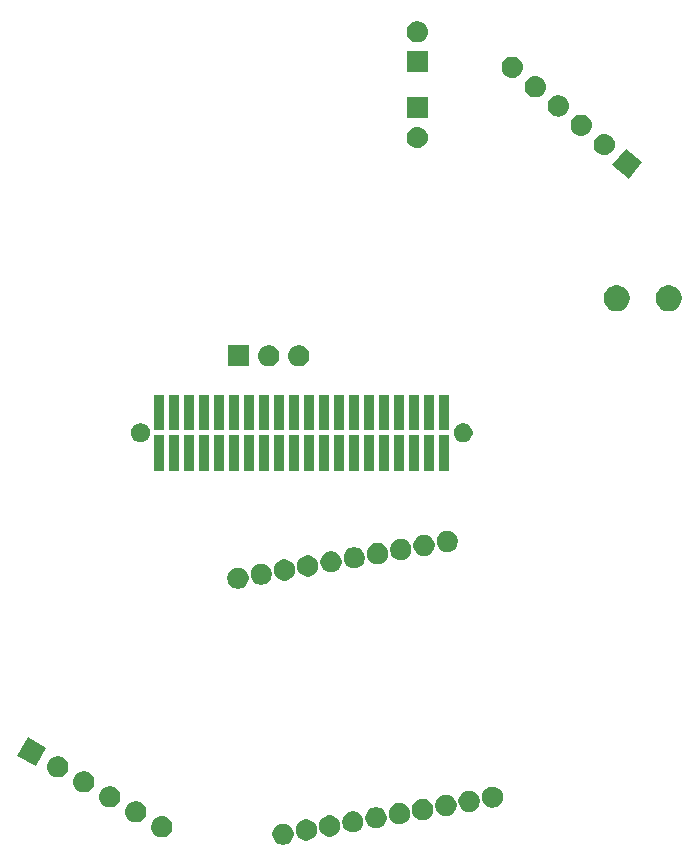
<source format=gbr>
G04 #@! TF.GenerationSoftware,KiCad,Pcbnew,(5.1.4)-1*
G04 #@! TF.CreationDate,2020-01-28T12:58:02-05:00*
G04 #@! TF.ProjectId,MASA-Radio Board,4d415341-2d52-4616-9469-6f20426f6172,rev?*
G04 #@! TF.SameCoordinates,Original*
G04 #@! TF.FileFunction,Soldermask,Bot*
G04 #@! TF.FilePolarity,Negative*
%FSLAX46Y46*%
G04 Gerber Fmt 4.6, Leading zero omitted, Abs format (unit mm)*
G04 Created by KiCad (PCBNEW (5.1.4)-1) date 2020-01-28 12:58:02*
%MOMM*%
%LPD*%
G04 APERTURE LIST*
%ADD10C,0.100000*%
G04 APERTURE END LIST*
D10*
G36*
X151075061Y-160157595D02*
G01*
X151238996Y-160225499D01*
X151386534Y-160324081D01*
X151512004Y-160449551D01*
X151610586Y-160597089D01*
X151678490Y-160761024D01*
X151713107Y-160935057D01*
X151713107Y-161112499D01*
X151678490Y-161286532D01*
X151610586Y-161450467D01*
X151512004Y-161598005D01*
X151386534Y-161723475D01*
X151238996Y-161822057D01*
X151075061Y-161889961D01*
X150901028Y-161924578D01*
X150723586Y-161924578D01*
X150549553Y-161889961D01*
X150385618Y-161822057D01*
X150238080Y-161723475D01*
X150112610Y-161598005D01*
X150014028Y-161450467D01*
X149946124Y-161286532D01*
X149911507Y-161112499D01*
X149911507Y-160935057D01*
X149946124Y-160761024D01*
X150014028Y-160597089D01*
X150112610Y-160449551D01*
X150238080Y-160324081D01*
X150385618Y-160225499D01*
X150549553Y-160157595D01*
X150723586Y-160122978D01*
X150901028Y-160122978D01*
X151075061Y-160157595D01*
X151075061Y-160157595D01*
G37*
G36*
X153044677Y-159810299D02*
G01*
X153208612Y-159878203D01*
X153356150Y-159976785D01*
X153481620Y-160102255D01*
X153580202Y-160249793D01*
X153648106Y-160413728D01*
X153682723Y-160587761D01*
X153682723Y-160765203D01*
X153648106Y-160939236D01*
X153580202Y-161103171D01*
X153481620Y-161250709D01*
X153356150Y-161376179D01*
X153208612Y-161474761D01*
X153044677Y-161542665D01*
X152870644Y-161577282D01*
X152693202Y-161577282D01*
X152519169Y-161542665D01*
X152355234Y-161474761D01*
X152207696Y-161376179D01*
X152082226Y-161250709D01*
X151983644Y-161103171D01*
X151915740Y-160939236D01*
X151881123Y-160765203D01*
X151881123Y-160587761D01*
X151915740Y-160413728D01*
X151983644Y-160249793D01*
X152082226Y-160102255D01*
X152207696Y-159976785D01*
X152355234Y-159878203D01*
X152519169Y-159810299D01*
X152693202Y-159775682D01*
X152870644Y-159775682D01*
X153044677Y-159810299D01*
X153044677Y-159810299D01*
G37*
G36*
X140648941Y-159506717D02*
G01*
X140715111Y-159513234D01*
X140718384Y-159514227D01*
X140884914Y-159564743D01*
X141041400Y-159648387D01*
X141178566Y-159760957D01*
X141291136Y-159898123D01*
X141374780Y-160054609D01*
X141395519Y-160122978D01*
X141426289Y-160224412D01*
X141443681Y-160401000D01*
X141426289Y-160577588D01*
X141420373Y-160597089D01*
X141374780Y-160747391D01*
X141291136Y-160903877D01*
X141178566Y-161041043D01*
X141041400Y-161153613D01*
X140884914Y-161237257D01*
X140771711Y-161271596D01*
X140715111Y-161288766D01*
X140582773Y-161301800D01*
X140494273Y-161301800D01*
X140361935Y-161288766D01*
X140305335Y-161271596D01*
X140192132Y-161237257D01*
X140035646Y-161153613D01*
X139898480Y-161041043D01*
X139785910Y-160903877D01*
X139702266Y-160747391D01*
X139656673Y-160597089D01*
X139650757Y-160577588D01*
X139633365Y-160401000D01*
X139650757Y-160224412D01*
X139681527Y-160122978D01*
X139702266Y-160054609D01*
X139785910Y-159898123D01*
X139898480Y-159760957D01*
X140035646Y-159648387D01*
X140192132Y-159564743D01*
X140358662Y-159514227D01*
X140361935Y-159513234D01*
X140428105Y-159506717D01*
X140494273Y-159500200D01*
X140582773Y-159500200D01*
X140648941Y-159506717D01*
X140648941Y-159506717D01*
G37*
G36*
X155014292Y-159463002D02*
G01*
X155178227Y-159530906D01*
X155325765Y-159629488D01*
X155451235Y-159754958D01*
X155549817Y-159902496D01*
X155617721Y-160066431D01*
X155652338Y-160240464D01*
X155652338Y-160417906D01*
X155617721Y-160591939D01*
X155549817Y-160755874D01*
X155451235Y-160903412D01*
X155325765Y-161028882D01*
X155178227Y-161127464D01*
X155014292Y-161195368D01*
X154840259Y-161229985D01*
X154662817Y-161229985D01*
X154488784Y-161195368D01*
X154324849Y-161127464D01*
X154177311Y-161028882D01*
X154051841Y-160903412D01*
X153953259Y-160755874D01*
X153885355Y-160591939D01*
X153850738Y-160417906D01*
X153850738Y-160240464D01*
X153885355Y-160066431D01*
X153953259Y-159902496D01*
X154051841Y-159754958D01*
X154177311Y-159629488D01*
X154324849Y-159530906D01*
X154488784Y-159463002D01*
X154662817Y-159428385D01*
X154840259Y-159428385D01*
X155014292Y-159463002D01*
X155014292Y-159463002D01*
G37*
G36*
X156983908Y-159115706D02*
G01*
X157147843Y-159183610D01*
X157295381Y-159282192D01*
X157420851Y-159407662D01*
X157519433Y-159555200D01*
X157587337Y-159719135D01*
X157621954Y-159893168D01*
X157621954Y-160070610D01*
X157587337Y-160244643D01*
X157519433Y-160408578D01*
X157420851Y-160556116D01*
X157295381Y-160681586D01*
X157147843Y-160780168D01*
X156983908Y-160848072D01*
X156809875Y-160882689D01*
X156632433Y-160882689D01*
X156458400Y-160848072D01*
X156294465Y-160780168D01*
X156146927Y-160681586D01*
X156021457Y-160556116D01*
X155922875Y-160408578D01*
X155854971Y-160244643D01*
X155820354Y-160070610D01*
X155820354Y-159893168D01*
X155854971Y-159719135D01*
X155922875Y-159555200D01*
X156021457Y-159407662D01*
X156146927Y-159282192D01*
X156294465Y-159183610D01*
X156458400Y-159115706D01*
X156632433Y-159081089D01*
X156809875Y-159081089D01*
X156983908Y-159115706D01*
X156983908Y-159115706D01*
G37*
G36*
X158953523Y-158768409D02*
G01*
X159117458Y-158836313D01*
X159264996Y-158934895D01*
X159390466Y-159060365D01*
X159489048Y-159207903D01*
X159556952Y-159371838D01*
X159591569Y-159545871D01*
X159591569Y-159723313D01*
X159556952Y-159897346D01*
X159489048Y-160061281D01*
X159390466Y-160208819D01*
X159264996Y-160334289D01*
X159117458Y-160432871D01*
X158953523Y-160500775D01*
X158779490Y-160535392D01*
X158602048Y-160535392D01*
X158428015Y-160500775D01*
X158264080Y-160432871D01*
X158116542Y-160334289D01*
X157991072Y-160208819D01*
X157892490Y-160061281D01*
X157824586Y-159897346D01*
X157789969Y-159723313D01*
X157789969Y-159545871D01*
X157824586Y-159371838D01*
X157892490Y-159207903D01*
X157991072Y-159060365D01*
X158116542Y-158934895D01*
X158264080Y-158836313D01*
X158428015Y-158768409D01*
X158602048Y-158733792D01*
X158779490Y-158733792D01*
X158953523Y-158768409D01*
X158953523Y-158768409D01*
G37*
G36*
X160923139Y-158421113D02*
G01*
X161087074Y-158489017D01*
X161234612Y-158587599D01*
X161360082Y-158713069D01*
X161458664Y-158860607D01*
X161526568Y-159024542D01*
X161561185Y-159198575D01*
X161561185Y-159376017D01*
X161526568Y-159550050D01*
X161458664Y-159713985D01*
X161360082Y-159861523D01*
X161234612Y-159986993D01*
X161087074Y-160085575D01*
X160923139Y-160153479D01*
X160749106Y-160188096D01*
X160571664Y-160188096D01*
X160397631Y-160153479D01*
X160233696Y-160085575D01*
X160086158Y-159986993D01*
X159960688Y-159861523D01*
X159862106Y-159713985D01*
X159794202Y-159550050D01*
X159759585Y-159376017D01*
X159759585Y-159198575D01*
X159794202Y-159024542D01*
X159862106Y-158860607D01*
X159960688Y-158713069D01*
X160086158Y-158587599D01*
X160233696Y-158489017D01*
X160397631Y-158421113D01*
X160571664Y-158386496D01*
X160749106Y-158386496D01*
X160923139Y-158421113D01*
X160923139Y-158421113D01*
G37*
G36*
X138515406Y-158243234D02*
G01*
X138572006Y-158260404D01*
X138685209Y-158294743D01*
X138841695Y-158378387D01*
X138978861Y-158490957D01*
X139091431Y-158628123D01*
X139175075Y-158784609D01*
X139209414Y-158897812D01*
X139226584Y-158954412D01*
X139237019Y-159060365D01*
X139243976Y-159131000D01*
X139226584Y-159307587D01*
X139175075Y-159477391D01*
X139091431Y-159633877D01*
X138978861Y-159771043D01*
X138841695Y-159883613D01*
X138685209Y-159967257D01*
X138572006Y-160001596D01*
X138515406Y-160018766D01*
X138383068Y-160031800D01*
X138294568Y-160031800D01*
X138162230Y-160018766D01*
X138105630Y-160001596D01*
X137992427Y-159967257D01*
X137835941Y-159883613D01*
X137698775Y-159771043D01*
X137586205Y-159633877D01*
X137502561Y-159477391D01*
X137451052Y-159307587D01*
X137433660Y-159131000D01*
X137440617Y-159060365D01*
X137451052Y-158954412D01*
X137468222Y-158897812D01*
X137502561Y-158784609D01*
X137586205Y-158628123D01*
X137698775Y-158490957D01*
X137835941Y-158378387D01*
X137992427Y-158294743D01*
X138105630Y-158260404D01*
X138162230Y-158243234D01*
X138294568Y-158230200D01*
X138383068Y-158230200D01*
X138515406Y-158243234D01*
X138515406Y-158243234D01*
G37*
G36*
X162892754Y-158073817D02*
G01*
X163056689Y-158141721D01*
X163204227Y-158240303D01*
X163329697Y-158365773D01*
X163428279Y-158513311D01*
X163496183Y-158677246D01*
X163530800Y-158851279D01*
X163530800Y-159028721D01*
X163496183Y-159202754D01*
X163428279Y-159366689D01*
X163329697Y-159514227D01*
X163204227Y-159639697D01*
X163056689Y-159738279D01*
X162892754Y-159806183D01*
X162718721Y-159840800D01*
X162541279Y-159840800D01*
X162367246Y-159806183D01*
X162203311Y-159738279D01*
X162055773Y-159639697D01*
X161930303Y-159514227D01*
X161831721Y-159366689D01*
X161763817Y-159202754D01*
X161729200Y-159028721D01*
X161729200Y-158851279D01*
X161763817Y-158677246D01*
X161831721Y-158513311D01*
X161930303Y-158365773D01*
X162055773Y-158240303D01*
X162203311Y-158141721D01*
X162367246Y-158073817D01*
X162541279Y-158039200D01*
X162718721Y-158039200D01*
X162892754Y-158073817D01*
X162892754Y-158073817D01*
G37*
G36*
X164862370Y-157726520D02*
G01*
X165026305Y-157794424D01*
X165173843Y-157893006D01*
X165299313Y-158018476D01*
X165397895Y-158166014D01*
X165465799Y-158329949D01*
X165500416Y-158503982D01*
X165500416Y-158681424D01*
X165465799Y-158855457D01*
X165397895Y-159019392D01*
X165299313Y-159166930D01*
X165173843Y-159292400D01*
X165026305Y-159390982D01*
X164862370Y-159458886D01*
X164688337Y-159493503D01*
X164510895Y-159493503D01*
X164336862Y-159458886D01*
X164172927Y-159390982D01*
X164025389Y-159292400D01*
X163899919Y-159166930D01*
X163801337Y-159019392D01*
X163733433Y-158855457D01*
X163698816Y-158681424D01*
X163698816Y-158503982D01*
X163733433Y-158329949D01*
X163801337Y-158166014D01*
X163899919Y-158018476D01*
X164025389Y-157893006D01*
X164172927Y-157794424D01*
X164336862Y-157726520D01*
X164510895Y-157691903D01*
X164688337Y-157691903D01*
X164862370Y-157726520D01*
X164862370Y-157726520D01*
G37*
G36*
X166831985Y-157379224D02*
G01*
X166995920Y-157447128D01*
X167143458Y-157545710D01*
X167268928Y-157671180D01*
X167367510Y-157818718D01*
X167435414Y-157982653D01*
X167470031Y-158156686D01*
X167470031Y-158334128D01*
X167435414Y-158508161D01*
X167367510Y-158672096D01*
X167268928Y-158819634D01*
X167143458Y-158945104D01*
X166995920Y-159043686D01*
X166831985Y-159111590D01*
X166657952Y-159146207D01*
X166480510Y-159146207D01*
X166306477Y-159111590D01*
X166142542Y-159043686D01*
X165995004Y-158945104D01*
X165869534Y-158819634D01*
X165770952Y-158672096D01*
X165703048Y-158508161D01*
X165668431Y-158334128D01*
X165668431Y-158156686D01*
X165703048Y-157982653D01*
X165770952Y-157818718D01*
X165869534Y-157671180D01*
X165995004Y-157545710D01*
X166142542Y-157447128D01*
X166306477Y-157379224D01*
X166480510Y-157344607D01*
X166657952Y-157344607D01*
X166831985Y-157379224D01*
X166831985Y-157379224D01*
G37*
G36*
X168801601Y-157031928D02*
G01*
X168965536Y-157099832D01*
X169113074Y-157198414D01*
X169238544Y-157323884D01*
X169337126Y-157471422D01*
X169405030Y-157635357D01*
X169439647Y-157809390D01*
X169439647Y-157986832D01*
X169405030Y-158160865D01*
X169337126Y-158324800D01*
X169238544Y-158472338D01*
X169113074Y-158597808D01*
X168965536Y-158696390D01*
X168801601Y-158764294D01*
X168627568Y-158798911D01*
X168450126Y-158798911D01*
X168276093Y-158764294D01*
X168112158Y-158696390D01*
X167964620Y-158597808D01*
X167839150Y-158472338D01*
X167740568Y-158324800D01*
X167672664Y-158160865D01*
X167638047Y-157986832D01*
X167638047Y-157809390D01*
X167672664Y-157635357D01*
X167740568Y-157471422D01*
X167839150Y-157323884D01*
X167964620Y-157198414D01*
X168112158Y-157099832D01*
X168276093Y-157031928D01*
X168450126Y-156997311D01*
X168627568Y-156997311D01*
X168801601Y-157031928D01*
X168801601Y-157031928D01*
G37*
G36*
X136315702Y-156973234D02*
G01*
X136372302Y-156990404D01*
X136485505Y-157024743D01*
X136641991Y-157108387D01*
X136779157Y-157220957D01*
X136891727Y-157358123D01*
X136975371Y-157514609D01*
X136984805Y-157545710D01*
X137026880Y-157684412D01*
X137044272Y-157861000D01*
X137032291Y-157982653D01*
X137026880Y-158037587D01*
X136975371Y-158207391D01*
X136891727Y-158363877D01*
X136779157Y-158501043D01*
X136641991Y-158613613D01*
X136485505Y-158697257D01*
X136372302Y-158731596D01*
X136315702Y-158748766D01*
X136249532Y-158755283D01*
X136183364Y-158761800D01*
X136094864Y-158761800D01*
X136028696Y-158755283D01*
X135962526Y-158748766D01*
X135905926Y-158731596D01*
X135792723Y-158697257D01*
X135636237Y-158613613D01*
X135499071Y-158501043D01*
X135386501Y-158363877D01*
X135302857Y-158207391D01*
X135251348Y-158037587D01*
X135245938Y-157982653D01*
X135233956Y-157861000D01*
X135251348Y-157684412D01*
X135293423Y-157545710D01*
X135302857Y-157514609D01*
X135386501Y-157358123D01*
X135499071Y-157220957D01*
X135636237Y-157108387D01*
X135792723Y-157024743D01*
X135905926Y-156990404D01*
X135962526Y-156973234D01*
X136094864Y-156960200D01*
X136183364Y-156960200D01*
X136315702Y-156973234D01*
X136315702Y-156973234D01*
G37*
G36*
X134049827Y-155696717D02*
G01*
X134115997Y-155703234D01*
X134172597Y-155720404D01*
X134285800Y-155754743D01*
X134442286Y-155838387D01*
X134579452Y-155950957D01*
X134692022Y-156088123D01*
X134775666Y-156244609D01*
X134827175Y-156414413D01*
X134844567Y-156591000D01*
X134827175Y-156767587D01*
X134775666Y-156937391D01*
X134692022Y-157093877D01*
X134579452Y-157231043D01*
X134442286Y-157343613D01*
X134285800Y-157427257D01*
X134172597Y-157461596D01*
X134115997Y-157478766D01*
X134049827Y-157485283D01*
X133983659Y-157491800D01*
X133895159Y-157491800D01*
X133828991Y-157485283D01*
X133762821Y-157478766D01*
X133706221Y-157461596D01*
X133593018Y-157427257D01*
X133436532Y-157343613D01*
X133299366Y-157231043D01*
X133186796Y-157093877D01*
X133103152Y-156937391D01*
X133051643Y-156767587D01*
X133034251Y-156591000D01*
X133051643Y-156414413D01*
X133103152Y-156244609D01*
X133186796Y-156088123D01*
X133299366Y-155950957D01*
X133436532Y-155838387D01*
X133593018Y-155754743D01*
X133706221Y-155720404D01*
X133762821Y-155703234D01*
X133828991Y-155696717D01*
X133895159Y-155690200D01*
X133983659Y-155690200D01*
X134049827Y-155696717D01*
X134049827Y-155696717D01*
G37*
G36*
X131850123Y-154426717D02*
G01*
X131916293Y-154433234D01*
X131972893Y-154450404D01*
X132086096Y-154484743D01*
X132242582Y-154568387D01*
X132379748Y-154680957D01*
X132492318Y-154818123D01*
X132575962Y-154974609D01*
X132627471Y-155144413D01*
X132644863Y-155321000D01*
X132627471Y-155497587D01*
X132575962Y-155667391D01*
X132492318Y-155823877D01*
X132379748Y-155961043D01*
X132242582Y-156073613D01*
X132086096Y-156157257D01*
X131972893Y-156191596D01*
X131916293Y-156208766D01*
X131850123Y-156215283D01*
X131783955Y-156221800D01*
X131695455Y-156221800D01*
X131629287Y-156215283D01*
X131563117Y-156208766D01*
X131506517Y-156191596D01*
X131393314Y-156157257D01*
X131236828Y-156073613D01*
X131099662Y-155961043D01*
X130987092Y-155823877D01*
X130903448Y-155667391D01*
X130851939Y-155497587D01*
X130834547Y-155321000D01*
X130851939Y-155144413D01*
X130903448Y-154974609D01*
X130987092Y-154818123D01*
X131099662Y-154680957D01*
X131236828Y-154568387D01*
X131393314Y-154484743D01*
X131506517Y-154450404D01*
X131563117Y-154433234D01*
X131629287Y-154426717D01*
X131695455Y-154420200D01*
X131783955Y-154420200D01*
X131850123Y-154426717D01*
X131850123Y-154426717D01*
G37*
G36*
X130770516Y-153721284D02*
G01*
X129869716Y-155281516D01*
X128309484Y-154380716D01*
X129210284Y-152820484D01*
X130770516Y-153721284D01*
X130770516Y-153721284D01*
G37*
G36*
X147254801Y-138491824D02*
G01*
X147418736Y-138559728D01*
X147566274Y-138658310D01*
X147691744Y-138783780D01*
X147790326Y-138931318D01*
X147858230Y-139095253D01*
X147892847Y-139269286D01*
X147892847Y-139446728D01*
X147858230Y-139620761D01*
X147790326Y-139784696D01*
X147691744Y-139932234D01*
X147566274Y-140057704D01*
X147418736Y-140156286D01*
X147254801Y-140224190D01*
X147080768Y-140258807D01*
X146903326Y-140258807D01*
X146729293Y-140224190D01*
X146565358Y-140156286D01*
X146417820Y-140057704D01*
X146292350Y-139932234D01*
X146193768Y-139784696D01*
X146125864Y-139620761D01*
X146091247Y-139446728D01*
X146091247Y-139269286D01*
X146125864Y-139095253D01*
X146193768Y-138931318D01*
X146292350Y-138783780D01*
X146417820Y-138658310D01*
X146565358Y-138559728D01*
X146729293Y-138491824D01*
X146903326Y-138457207D01*
X147080768Y-138457207D01*
X147254801Y-138491824D01*
X147254801Y-138491824D01*
G37*
G36*
X149224417Y-138144528D02*
G01*
X149388352Y-138212432D01*
X149535890Y-138311014D01*
X149661360Y-138436484D01*
X149759942Y-138584022D01*
X149827846Y-138747957D01*
X149862463Y-138921990D01*
X149862463Y-139099432D01*
X149827846Y-139273465D01*
X149759942Y-139437400D01*
X149661360Y-139584938D01*
X149535890Y-139710408D01*
X149388352Y-139808990D01*
X149224417Y-139876894D01*
X149050384Y-139911511D01*
X148872942Y-139911511D01*
X148698909Y-139876894D01*
X148534974Y-139808990D01*
X148387436Y-139710408D01*
X148261966Y-139584938D01*
X148163384Y-139437400D01*
X148095480Y-139273465D01*
X148060863Y-139099432D01*
X148060863Y-138921990D01*
X148095480Y-138747957D01*
X148163384Y-138584022D01*
X148261966Y-138436484D01*
X148387436Y-138311014D01*
X148534974Y-138212432D01*
X148698909Y-138144528D01*
X148872942Y-138109911D01*
X149050384Y-138109911D01*
X149224417Y-138144528D01*
X149224417Y-138144528D01*
G37*
G36*
X151194032Y-137797232D02*
G01*
X151357967Y-137865136D01*
X151505505Y-137963718D01*
X151630975Y-138089188D01*
X151729557Y-138236726D01*
X151797461Y-138400661D01*
X151832078Y-138574694D01*
X151832078Y-138752136D01*
X151797461Y-138926169D01*
X151729557Y-139090104D01*
X151630975Y-139237642D01*
X151505505Y-139363112D01*
X151357967Y-139461694D01*
X151194032Y-139529598D01*
X151019999Y-139564215D01*
X150842557Y-139564215D01*
X150668524Y-139529598D01*
X150504589Y-139461694D01*
X150357051Y-139363112D01*
X150231581Y-139237642D01*
X150132999Y-139090104D01*
X150065095Y-138926169D01*
X150030478Y-138752136D01*
X150030478Y-138574694D01*
X150065095Y-138400661D01*
X150132999Y-138236726D01*
X150231581Y-138089188D01*
X150357051Y-137963718D01*
X150504589Y-137865136D01*
X150668524Y-137797232D01*
X150842557Y-137762615D01*
X151019999Y-137762615D01*
X151194032Y-137797232D01*
X151194032Y-137797232D01*
G37*
G36*
X153163648Y-137449935D02*
G01*
X153327583Y-137517839D01*
X153475121Y-137616421D01*
X153600591Y-137741891D01*
X153699173Y-137889429D01*
X153767077Y-138053364D01*
X153801694Y-138227397D01*
X153801694Y-138404839D01*
X153767077Y-138578872D01*
X153699173Y-138742807D01*
X153600591Y-138890345D01*
X153475121Y-139015815D01*
X153327583Y-139114397D01*
X153163648Y-139182301D01*
X152989615Y-139216918D01*
X152812173Y-139216918D01*
X152638140Y-139182301D01*
X152474205Y-139114397D01*
X152326667Y-139015815D01*
X152201197Y-138890345D01*
X152102615Y-138742807D01*
X152034711Y-138578872D01*
X152000094Y-138404839D01*
X152000094Y-138227397D01*
X152034711Y-138053364D01*
X152102615Y-137889429D01*
X152201197Y-137741891D01*
X152326667Y-137616421D01*
X152474205Y-137517839D01*
X152638140Y-137449935D01*
X152812173Y-137415318D01*
X152989615Y-137415318D01*
X153163648Y-137449935D01*
X153163648Y-137449935D01*
G37*
G36*
X155133263Y-137102639D02*
G01*
X155297198Y-137170543D01*
X155444736Y-137269125D01*
X155570206Y-137394595D01*
X155668788Y-137542133D01*
X155736692Y-137706068D01*
X155771309Y-137880101D01*
X155771309Y-138057543D01*
X155736692Y-138231576D01*
X155668788Y-138395511D01*
X155570206Y-138543049D01*
X155444736Y-138668519D01*
X155297198Y-138767101D01*
X155133263Y-138835005D01*
X154959230Y-138869622D01*
X154781788Y-138869622D01*
X154607755Y-138835005D01*
X154443820Y-138767101D01*
X154296282Y-138668519D01*
X154170812Y-138543049D01*
X154072230Y-138395511D01*
X154004326Y-138231576D01*
X153969709Y-138057543D01*
X153969709Y-137880101D01*
X154004326Y-137706068D01*
X154072230Y-137542133D01*
X154170812Y-137394595D01*
X154296282Y-137269125D01*
X154443820Y-137170543D01*
X154607755Y-137102639D01*
X154781788Y-137068022D01*
X154959230Y-137068022D01*
X155133263Y-137102639D01*
X155133263Y-137102639D01*
G37*
G36*
X157102879Y-136755343D02*
G01*
X157266814Y-136823247D01*
X157414352Y-136921829D01*
X157539822Y-137047299D01*
X157638404Y-137194837D01*
X157706308Y-137358772D01*
X157740925Y-137532805D01*
X157740925Y-137710247D01*
X157706308Y-137884280D01*
X157638404Y-138048215D01*
X157539822Y-138195753D01*
X157414352Y-138321223D01*
X157266814Y-138419805D01*
X157102879Y-138487709D01*
X156928846Y-138522326D01*
X156751404Y-138522326D01*
X156577371Y-138487709D01*
X156413436Y-138419805D01*
X156265898Y-138321223D01*
X156140428Y-138195753D01*
X156041846Y-138048215D01*
X155973942Y-137884280D01*
X155939325Y-137710247D01*
X155939325Y-137532805D01*
X155973942Y-137358772D01*
X156041846Y-137194837D01*
X156140428Y-137047299D01*
X156265898Y-136921829D01*
X156413436Y-136823247D01*
X156577371Y-136755343D01*
X156751404Y-136720726D01*
X156928846Y-136720726D01*
X157102879Y-136755343D01*
X157102879Y-136755343D01*
G37*
G36*
X159072494Y-136408046D02*
G01*
X159236429Y-136475950D01*
X159383967Y-136574532D01*
X159509437Y-136700002D01*
X159608019Y-136847540D01*
X159675923Y-137011475D01*
X159710540Y-137185508D01*
X159710540Y-137362950D01*
X159675923Y-137536983D01*
X159608019Y-137700918D01*
X159509437Y-137848456D01*
X159383967Y-137973926D01*
X159236429Y-138072508D01*
X159072494Y-138140412D01*
X158898461Y-138175029D01*
X158721019Y-138175029D01*
X158546986Y-138140412D01*
X158383051Y-138072508D01*
X158235513Y-137973926D01*
X158110043Y-137848456D01*
X158011461Y-137700918D01*
X157943557Y-137536983D01*
X157908940Y-137362950D01*
X157908940Y-137185508D01*
X157943557Y-137011475D01*
X158011461Y-136847540D01*
X158110043Y-136700002D01*
X158235513Y-136574532D01*
X158383051Y-136475950D01*
X158546986Y-136408046D01*
X158721019Y-136373429D01*
X158898461Y-136373429D01*
X159072494Y-136408046D01*
X159072494Y-136408046D01*
G37*
G36*
X161042110Y-136060750D02*
G01*
X161206045Y-136128654D01*
X161353583Y-136227236D01*
X161479053Y-136352706D01*
X161577635Y-136500244D01*
X161645539Y-136664179D01*
X161680156Y-136838212D01*
X161680156Y-137015654D01*
X161645539Y-137189687D01*
X161577635Y-137353622D01*
X161479053Y-137501160D01*
X161353583Y-137626630D01*
X161206045Y-137725212D01*
X161042110Y-137793116D01*
X160868077Y-137827733D01*
X160690635Y-137827733D01*
X160516602Y-137793116D01*
X160352667Y-137725212D01*
X160205129Y-137626630D01*
X160079659Y-137501160D01*
X159981077Y-137353622D01*
X159913173Y-137189687D01*
X159878556Y-137015654D01*
X159878556Y-136838212D01*
X159913173Y-136664179D01*
X159981077Y-136500244D01*
X160079659Y-136352706D01*
X160205129Y-136227236D01*
X160352667Y-136128654D01*
X160516602Y-136060750D01*
X160690635Y-136026133D01*
X160868077Y-136026133D01*
X161042110Y-136060750D01*
X161042110Y-136060750D01*
G37*
G36*
X163011725Y-135713453D02*
G01*
X163175660Y-135781357D01*
X163323198Y-135879939D01*
X163448668Y-136005409D01*
X163547250Y-136152947D01*
X163615154Y-136316882D01*
X163649771Y-136490915D01*
X163649771Y-136668357D01*
X163615154Y-136842390D01*
X163547250Y-137006325D01*
X163448668Y-137153863D01*
X163323198Y-137279333D01*
X163175660Y-137377915D01*
X163011725Y-137445819D01*
X162837692Y-137480436D01*
X162660250Y-137480436D01*
X162486217Y-137445819D01*
X162322282Y-137377915D01*
X162174744Y-137279333D01*
X162049274Y-137153863D01*
X161950692Y-137006325D01*
X161882788Y-136842390D01*
X161848171Y-136668357D01*
X161848171Y-136490915D01*
X161882788Y-136316882D01*
X161950692Y-136152947D01*
X162049274Y-136005409D01*
X162174744Y-135879939D01*
X162322282Y-135781357D01*
X162486217Y-135713453D01*
X162660250Y-135678836D01*
X162837692Y-135678836D01*
X163011725Y-135713453D01*
X163011725Y-135713453D01*
G37*
G36*
X164981341Y-135366157D02*
G01*
X165145276Y-135434061D01*
X165292814Y-135532643D01*
X165418284Y-135658113D01*
X165516866Y-135805651D01*
X165584770Y-135969586D01*
X165619387Y-136143619D01*
X165619387Y-136321061D01*
X165584770Y-136495094D01*
X165516866Y-136659029D01*
X165418284Y-136806567D01*
X165292814Y-136932037D01*
X165145276Y-137030619D01*
X164981341Y-137098523D01*
X164807308Y-137133140D01*
X164629866Y-137133140D01*
X164455833Y-137098523D01*
X164291898Y-137030619D01*
X164144360Y-136932037D01*
X164018890Y-136806567D01*
X163920308Y-136659029D01*
X163852404Y-136495094D01*
X163817787Y-136321061D01*
X163817787Y-136143619D01*
X163852404Y-135969586D01*
X163920308Y-135805651D01*
X164018890Y-135658113D01*
X164144360Y-135532643D01*
X164291898Y-135434061D01*
X164455833Y-135366157D01*
X164629866Y-135331540D01*
X164807308Y-135331540D01*
X164981341Y-135366157D01*
X164981341Y-135366157D01*
G37*
G36*
X164885800Y-130255000D02*
G01*
X164044200Y-130255000D01*
X164044200Y-127233400D01*
X164885800Y-127233400D01*
X164885800Y-130255000D01*
X164885800Y-130255000D01*
G37*
G36*
X153455800Y-130255000D02*
G01*
X152614200Y-130255000D01*
X152614200Y-127233400D01*
X153455800Y-127233400D01*
X153455800Y-130255000D01*
X153455800Y-130255000D01*
G37*
G36*
X154725800Y-130255000D02*
G01*
X153884200Y-130255000D01*
X153884200Y-127233400D01*
X154725800Y-127233400D01*
X154725800Y-130255000D01*
X154725800Y-130255000D01*
G37*
G36*
X155995800Y-130255000D02*
G01*
X155154200Y-130255000D01*
X155154200Y-127233400D01*
X155995800Y-127233400D01*
X155995800Y-130255000D01*
X155995800Y-130255000D01*
G37*
G36*
X157265800Y-130255000D02*
G01*
X156424200Y-130255000D01*
X156424200Y-127233400D01*
X157265800Y-127233400D01*
X157265800Y-130255000D01*
X157265800Y-130255000D01*
G37*
G36*
X158535800Y-130255000D02*
G01*
X157694200Y-130255000D01*
X157694200Y-127233400D01*
X158535800Y-127233400D01*
X158535800Y-130255000D01*
X158535800Y-130255000D01*
G37*
G36*
X159805800Y-130255000D02*
G01*
X158964200Y-130255000D01*
X158964200Y-127233400D01*
X159805800Y-127233400D01*
X159805800Y-130255000D01*
X159805800Y-130255000D01*
G37*
G36*
X161075800Y-130255000D02*
G01*
X160234200Y-130255000D01*
X160234200Y-127233400D01*
X161075800Y-127233400D01*
X161075800Y-130255000D01*
X161075800Y-130255000D01*
G37*
G36*
X162345800Y-130255000D02*
G01*
X161504200Y-130255000D01*
X161504200Y-127233400D01*
X162345800Y-127233400D01*
X162345800Y-130255000D01*
X162345800Y-130255000D01*
G37*
G36*
X163615800Y-130255000D02*
G01*
X162774200Y-130255000D01*
X162774200Y-127233400D01*
X163615800Y-127233400D01*
X163615800Y-130255000D01*
X163615800Y-130255000D01*
G37*
G36*
X149645800Y-130255000D02*
G01*
X148804200Y-130255000D01*
X148804200Y-127233400D01*
X149645800Y-127233400D01*
X149645800Y-130255000D01*
X149645800Y-130255000D01*
G37*
G36*
X148375800Y-130255000D02*
G01*
X147534200Y-130255000D01*
X147534200Y-127233400D01*
X148375800Y-127233400D01*
X148375800Y-130255000D01*
X148375800Y-130255000D01*
G37*
G36*
X147105800Y-130255000D02*
G01*
X146264200Y-130255000D01*
X146264200Y-127233400D01*
X147105800Y-127233400D01*
X147105800Y-130255000D01*
X147105800Y-130255000D01*
G37*
G36*
X145835800Y-130255000D02*
G01*
X144994200Y-130255000D01*
X144994200Y-127233400D01*
X145835800Y-127233400D01*
X145835800Y-130255000D01*
X145835800Y-130255000D01*
G37*
G36*
X144565800Y-130255000D02*
G01*
X143724200Y-130255000D01*
X143724200Y-127233400D01*
X144565800Y-127233400D01*
X144565800Y-130255000D01*
X144565800Y-130255000D01*
G37*
G36*
X143295800Y-130255000D02*
G01*
X142454200Y-130255000D01*
X142454200Y-127233400D01*
X143295800Y-127233400D01*
X143295800Y-130255000D01*
X143295800Y-130255000D01*
G37*
G36*
X142025800Y-130255000D02*
G01*
X141184200Y-130255000D01*
X141184200Y-127233400D01*
X142025800Y-127233400D01*
X142025800Y-130255000D01*
X142025800Y-130255000D01*
G37*
G36*
X140755800Y-130255000D02*
G01*
X139914200Y-130255000D01*
X139914200Y-127233400D01*
X140755800Y-127233400D01*
X140755800Y-130255000D01*
X140755800Y-130255000D01*
G37*
G36*
X152185800Y-130255000D02*
G01*
X151344200Y-130255000D01*
X151344200Y-127233400D01*
X152185800Y-127233400D01*
X152185800Y-130255000D01*
X152185800Y-130255000D01*
G37*
G36*
X150915800Y-130255000D02*
G01*
X150074200Y-130255000D01*
X150074200Y-127233400D01*
X150915800Y-127233400D01*
X150915800Y-130255000D01*
X150915800Y-130255000D01*
G37*
G36*
X166288585Y-126259174D02*
G01*
X166434321Y-126319540D01*
X166434323Y-126319541D01*
X166478239Y-126348885D01*
X166565480Y-126407178D01*
X166677022Y-126518720D01*
X166764660Y-126649879D01*
X166825026Y-126795615D01*
X166855800Y-126950328D01*
X166855800Y-127108072D01*
X166825026Y-127262785D01*
X166764660Y-127408521D01*
X166677022Y-127539680D01*
X166565480Y-127651222D01*
X166478239Y-127709515D01*
X166434323Y-127738859D01*
X166434322Y-127738860D01*
X166434321Y-127738860D01*
X166288585Y-127799226D01*
X166133872Y-127830000D01*
X165976128Y-127830000D01*
X165821415Y-127799226D01*
X165675679Y-127738860D01*
X165675678Y-127738860D01*
X165675677Y-127738859D01*
X165631761Y-127709515D01*
X165544520Y-127651222D01*
X165432978Y-127539680D01*
X165345340Y-127408521D01*
X165284974Y-127262785D01*
X165254200Y-127108072D01*
X165254200Y-126950328D01*
X165284974Y-126795615D01*
X165345340Y-126649879D01*
X165432978Y-126518720D01*
X165544520Y-126407178D01*
X165631761Y-126348885D01*
X165675677Y-126319541D01*
X165675679Y-126319540D01*
X165821415Y-126259174D01*
X165976128Y-126228400D01*
X166133872Y-126228400D01*
X166288585Y-126259174D01*
X166288585Y-126259174D01*
G37*
G36*
X138978585Y-126259174D02*
G01*
X139124321Y-126319540D01*
X139124323Y-126319541D01*
X139168239Y-126348885D01*
X139255480Y-126407178D01*
X139367022Y-126518720D01*
X139454660Y-126649879D01*
X139515026Y-126795615D01*
X139545800Y-126950328D01*
X139545800Y-127108072D01*
X139515026Y-127262785D01*
X139454660Y-127408521D01*
X139367022Y-127539680D01*
X139255480Y-127651222D01*
X139168239Y-127709515D01*
X139124323Y-127738859D01*
X139124322Y-127738860D01*
X139124321Y-127738860D01*
X138978585Y-127799226D01*
X138823872Y-127830000D01*
X138666128Y-127830000D01*
X138511415Y-127799226D01*
X138365679Y-127738860D01*
X138365678Y-127738860D01*
X138365677Y-127738859D01*
X138321761Y-127709515D01*
X138234520Y-127651222D01*
X138122978Y-127539680D01*
X138035340Y-127408521D01*
X137974974Y-127262785D01*
X137944200Y-127108072D01*
X137944200Y-126950328D01*
X137974974Y-126795615D01*
X138035340Y-126649879D01*
X138122978Y-126518720D01*
X138234520Y-126407178D01*
X138321761Y-126348885D01*
X138365677Y-126319541D01*
X138365679Y-126319540D01*
X138511415Y-126259174D01*
X138666128Y-126228400D01*
X138823872Y-126228400D01*
X138978585Y-126259174D01*
X138978585Y-126259174D01*
G37*
G36*
X143295800Y-126825000D02*
G01*
X142454200Y-126825000D01*
X142454200Y-123803400D01*
X143295800Y-123803400D01*
X143295800Y-126825000D01*
X143295800Y-126825000D01*
G37*
G36*
X153455800Y-126825000D02*
G01*
X152614200Y-126825000D01*
X152614200Y-123803400D01*
X153455800Y-123803400D01*
X153455800Y-126825000D01*
X153455800Y-126825000D01*
G37*
G36*
X152185800Y-126825000D02*
G01*
X151344200Y-126825000D01*
X151344200Y-123803400D01*
X152185800Y-123803400D01*
X152185800Y-126825000D01*
X152185800Y-126825000D01*
G37*
G36*
X150915800Y-126825000D02*
G01*
X150074200Y-126825000D01*
X150074200Y-123803400D01*
X150915800Y-123803400D01*
X150915800Y-126825000D01*
X150915800Y-126825000D01*
G37*
G36*
X149645800Y-126825000D02*
G01*
X148804200Y-126825000D01*
X148804200Y-123803400D01*
X149645800Y-123803400D01*
X149645800Y-126825000D01*
X149645800Y-126825000D01*
G37*
G36*
X148375800Y-126825000D02*
G01*
X147534200Y-126825000D01*
X147534200Y-123803400D01*
X148375800Y-123803400D01*
X148375800Y-126825000D01*
X148375800Y-126825000D01*
G37*
G36*
X147105800Y-126825000D02*
G01*
X146264200Y-126825000D01*
X146264200Y-123803400D01*
X147105800Y-123803400D01*
X147105800Y-126825000D01*
X147105800Y-126825000D01*
G37*
G36*
X145835800Y-126825000D02*
G01*
X144994200Y-126825000D01*
X144994200Y-123803400D01*
X145835800Y-123803400D01*
X145835800Y-126825000D01*
X145835800Y-126825000D01*
G37*
G36*
X144565800Y-126825000D02*
G01*
X143724200Y-126825000D01*
X143724200Y-123803400D01*
X144565800Y-123803400D01*
X144565800Y-126825000D01*
X144565800Y-126825000D01*
G37*
G36*
X142025800Y-126825000D02*
G01*
X141184200Y-126825000D01*
X141184200Y-123803400D01*
X142025800Y-123803400D01*
X142025800Y-126825000D01*
X142025800Y-126825000D01*
G37*
G36*
X157265800Y-126825000D02*
G01*
X156424200Y-126825000D01*
X156424200Y-123803400D01*
X157265800Y-123803400D01*
X157265800Y-126825000D01*
X157265800Y-126825000D01*
G37*
G36*
X155995800Y-126825000D02*
G01*
X155154200Y-126825000D01*
X155154200Y-123803400D01*
X155995800Y-123803400D01*
X155995800Y-126825000D01*
X155995800Y-126825000D01*
G37*
G36*
X164885800Y-126825000D02*
G01*
X164044200Y-126825000D01*
X164044200Y-123803400D01*
X164885800Y-123803400D01*
X164885800Y-126825000D01*
X164885800Y-126825000D01*
G37*
G36*
X159805800Y-126825000D02*
G01*
X158964200Y-126825000D01*
X158964200Y-123803400D01*
X159805800Y-123803400D01*
X159805800Y-126825000D01*
X159805800Y-126825000D01*
G37*
G36*
X163615800Y-126825000D02*
G01*
X162774200Y-126825000D01*
X162774200Y-123803400D01*
X163615800Y-123803400D01*
X163615800Y-126825000D01*
X163615800Y-126825000D01*
G37*
G36*
X161075800Y-126825000D02*
G01*
X160234200Y-126825000D01*
X160234200Y-123803400D01*
X161075800Y-123803400D01*
X161075800Y-126825000D01*
X161075800Y-126825000D01*
G37*
G36*
X154725800Y-126825000D02*
G01*
X153884200Y-126825000D01*
X153884200Y-123803400D01*
X154725800Y-123803400D01*
X154725800Y-126825000D01*
X154725800Y-126825000D01*
G37*
G36*
X162345800Y-126825000D02*
G01*
X161504200Y-126825000D01*
X161504200Y-123803400D01*
X162345800Y-123803400D01*
X162345800Y-126825000D01*
X162345800Y-126825000D01*
G37*
G36*
X158535800Y-126825000D02*
G01*
X157694200Y-126825000D01*
X157694200Y-123803400D01*
X158535800Y-123803400D01*
X158535800Y-126825000D01*
X158535800Y-126825000D01*
G37*
G36*
X140755800Y-126825000D02*
G01*
X139914200Y-126825000D01*
X139914200Y-123803400D01*
X140755800Y-123803400D01*
X140755800Y-126825000D01*
X140755800Y-126825000D01*
G37*
G36*
X149716418Y-119628717D02*
G01*
X149782588Y-119635234D01*
X149839188Y-119652404D01*
X149952391Y-119686743D01*
X150108877Y-119770387D01*
X150246043Y-119882957D01*
X150358613Y-120020123D01*
X150442257Y-120176609D01*
X150493766Y-120346413D01*
X150511158Y-120523000D01*
X150493766Y-120699587D01*
X150442257Y-120869391D01*
X150358613Y-121025877D01*
X150246043Y-121163043D01*
X150108877Y-121275613D01*
X149952391Y-121359257D01*
X149839188Y-121393596D01*
X149782588Y-121410766D01*
X149716418Y-121417283D01*
X149650250Y-121423800D01*
X149561750Y-121423800D01*
X149495582Y-121417283D01*
X149429412Y-121410766D01*
X149372812Y-121393596D01*
X149259609Y-121359257D01*
X149103123Y-121275613D01*
X148965957Y-121163043D01*
X148853387Y-121025877D01*
X148769743Y-120869391D01*
X148718234Y-120699587D01*
X148700842Y-120523000D01*
X148718234Y-120346413D01*
X148769743Y-120176609D01*
X148853387Y-120020123D01*
X148965957Y-119882957D01*
X149103123Y-119770387D01*
X149259609Y-119686743D01*
X149372812Y-119652404D01*
X149429412Y-119635234D01*
X149495582Y-119628717D01*
X149561750Y-119622200D01*
X149650250Y-119622200D01*
X149716418Y-119628717D01*
X149716418Y-119628717D01*
G37*
G36*
X147966800Y-121423800D02*
G01*
X146165200Y-121423800D01*
X146165200Y-119622200D01*
X147966800Y-119622200D01*
X147966800Y-121423800D01*
X147966800Y-121423800D01*
G37*
G36*
X152256418Y-119628717D02*
G01*
X152322588Y-119635234D01*
X152379188Y-119652404D01*
X152492391Y-119686743D01*
X152648877Y-119770387D01*
X152786043Y-119882957D01*
X152898613Y-120020123D01*
X152982257Y-120176609D01*
X153033766Y-120346413D01*
X153051158Y-120523000D01*
X153033766Y-120699587D01*
X152982257Y-120869391D01*
X152898613Y-121025877D01*
X152786043Y-121163043D01*
X152648877Y-121275613D01*
X152492391Y-121359257D01*
X152379188Y-121393596D01*
X152322588Y-121410766D01*
X152256418Y-121417283D01*
X152190250Y-121423800D01*
X152101750Y-121423800D01*
X152035582Y-121417283D01*
X151969412Y-121410766D01*
X151912812Y-121393596D01*
X151799609Y-121359257D01*
X151643123Y-121275613D01*
X151505957Y-121163043D01*
X151393387Y-121025877D01*
X151309743Y-120869391D01*
X151258234Y-120699587D01*
X151240842Y-120523000D01*
X151258234Y-120346413D01*
X151309743Y-120176609D01*
X151393387Y-120020123D01*
X151505957Y-119882957D01*
X151643123Y-119770387D01*
X151799609Y-119686743D01*
X151912812Y-119652404D01*
X151969412Y-119635234D01*
X152035582Y-119628717D01*
X152101750Y-119622200D01*
X152190250Y-119622200D01*
X152256418Y-119628717D01*
X152256418Y-119628717D01*
G37*
G36*
X179381091Y-114581503D02*
G01*
X179581426Y-114664484D01*
X179761718Y-114784952D01*
X179915048Y-114938282D01*
X180035516Y-115118574D01*
X180118497Y-115318909D01*
X180160800Y-115531582D01*
X180160800Y-115748418D01*
X180118497Y-115961091D01*
X180035516Y-116161426D01*
X179915048Y-116341718D01*
X179761718Y-116495048D01*
X179581426Y-116615516D01*
X179381091Y-116698497D01*
X179168419Y-116740800D01*
X178951581Y-116740800D01*
X178738909Y-116698497D01*
X178538574Y-116615516D01*
X178358282Y-116495048D01*
X178204952Y-116341718D01*
X178084484Y-116161426D01*
X178001503Y-115961091D01*
X177959200Y-115748418D01*
X177959200Y-115531582D01*
X178001503Y-115318909D01*
X178084484Y-115118574D01*
X178204952Y-114938282D01*
X178358282Y-114784952D01*
X178538574Y-114664484D01*
X178738909Y-114581503D01*
X178951581Y-114539200D01*
X179168419Y-114539200D01*
X179381091Y-114581503D01*
X179381091Y-114581503D01*
G37*
G36*
X183781091Y-114581503D02*
G01*
X183981426Y-114664484D01*
X184161718Y-114784952D01*
X184315048Y-114938282D01*
X184435516Y-115118574D01*
X184518497Y-115318909D01*
X184560800Y-115531582D01*
X184560800Y-115748418D01*
X184518497Y-115961091D01*
X184435516Y-116161426D01*
X184315048Y-116341718D01*
X184161718Y-116495048D01*
X183981426Y-116615516D01*
X183781091Y-116698497D01*
X183568419Y-116740800D01*
X183351581Y-116740800D01*
X183138909Y-116698497D01*
X182938574Y-116615516D01*
X182758282Y-116495048D01*
X182604952Y-116341718D01*
X182484484Y-116161426D01*
X182401503Y-115961091D01*
X182359200Y-115748418D01*
X182359200Y-115531582D01*
X182401503Y-115318909D01*
X182484484Y-115118574D01*
X182604952Y-114938282D01*
X182758282Y-114784952D01*
X182938574Y-114664484D01*
X183138909Y-114581503D01*
X183351581Y-114539200D01*
X183568419Y-114539200D01*
X183781091Y-114581503D01*
X183781091Y-114581503D01*
G37*
G36*
X181228076Y-104155970D02*
G01*
X180070030Y-105536076D01*
X178689924Y-104378030D01*
X179847970Y-102997924D01*
X181228076Y-104155970D01*
X181228076Y-104155970D01*
G37*
G36*
X178189835Y-101746553D02*
G01*
X178246435Y-101763723D01*
X178359638Y-101798062D01*
X178516124Y-101881706D01*
X178653290Y-101994276D01*
X178765860Y-102131442D01*
X178849504Y-102287928D01*
X178880737Y-102390889D01*
X178901013Y-102457731D01*
X178918405Y-102634319D01*
X178902372Y-102797113D01*
X178901013Y-102810906D01*
X178849504Y-102980710D01*
X178765860Y-103137196D01*
X178653290Y-103274362D01*
X178516124Y-103386932D01*
X178359638Y-103470576D01*
X178246435Y-103504915D01*
X178189835Y-103522085D01*
X178057497Y-103535119D01*
X177968997Y-103535119D01*
X177836659Y-103522085D01*
X177780059Y-103504915D01*
X177666856Y-103470576D01*
X177510370Y-103386932D01*
X177373204Y-103274362D01*
X177260634Y-103137196D01*
X177176990Y-102980710D01*
X177125481Y-102810906D01*
X177124123Y-102797113D01*
X177108089Y-102634319D01*
X177125481Y-102457731D01*
X177145757Y-102390889D01*
X177176990Y-102287928D01*
X177260634Y-102131442D01*
X177373204Y-101994276D01*
X177510370Y-101881706D01*
X177666856Y-101798062D01*
X177780059Y-101763723D01*
X177836659Y-101746553D01*
X177902829Y-101740036D01*
X177968997Y-101733519D01*
X178057497Y-101733519D01*
X178189835Y-101746553D01*
X178189835Y-101746553D01*
G37*
G36*
X162355588Y-101156734D02*
G01*
X162412188Y-101173904D01*
X162525391Y-101208243D01*
X162681877Y-101291887D01*
X162819043Y-101404457D01*
X162931613Y-101541623D01*
X163015257Y-101698109D01*
X163045577Y-101798062D01*
X163066766Y-101867912D01*
X163079211Y-101994276D01*
X163084158Y-102044500D01*
X163066766Y-102221087D01*
X163015257Y-102390891D01*
X162931613Y-102547377D01*
X162819043Y-102684543D01*
X162681877Y-102797113D01*
X162525391Y-102880757D01*
X162412188Y-102915096D01*
X162355588Y-102932266D01*
X162289418Y-102938783D01*
X162223250Y-102945300D01*
X162134750Y-102945300D01*
X162068582Y-102938783D01*
X162002412Y-102932266D01*
X161945812Y-102915096D01*
X161832609Y-102880757D01*
X161676123Y-102797113D01*
X161538957Y-102684543D01*
X161426387Y-102547377D01*
X161342743Y-102390891D01*
X161291234Y-102221087D01*
X161273842Y-102044500D01*
X161278789Y-101994276D01*
X161291234Y-101867912D01*
X161312423Y-101798062D01*
X161342743Y-101698109D01*
X161426387Y-101541623D01*
X161538957Y-101404457D01*
X161676123Y-101291887D01*
X161832609Y-101208243D01*
X161945812Y-101173904D01*
X162002412Y-101156734D01*
X162134750Y-101143700D01*
X162223250Y-101143700D01*
X162355588Y-101156734D01*
X162355588Y-101156734D01*
G37*
G36*
X176244082Y-100113873D02*
G01*
X176300682Y-100131043D01*
X176413885Y-100165382D01*
X176570371Y-100249026D01*
X176707537Y-100361596D01*
X176820107Y-100498762D01*
X176903751Y-100655248D01*
X176938090Y-100768451D01*
X176955260Y-100825051D01*
X176972652Y-101001639D01*
X176958661Y-101143700D01*
X176955260Y-101178226D01*
X176903751Y-101348030D01*
X176820107Y-101504516D01*
X176707537Y-101641682D01*
X176570371Y-101754252D01*
X176413885Y-101837896D01*
X176314931Y-101867913D01*
X176244082Y-101889405D01*
X176111744Y-101902439D01*
X176023244Y-101902439D01*
X175890906Y-101889405D01*
X175820057Y-101867913D01*
X175721103Y-101837896D01*
X175564617Y-101754252D01*
X175427451Y-101641682D01*
X175314881Y-101504516D01*
X175231237Y-101348030D01*
X175179728Y-101178226D01*
X175176328Y-101143700D01*
X175162336Y-101001639D01*
X175179728Y-100825051D01*
X175196898Y-100768451D01*
X175231237Y-100655248D01*
X175314881Y-100498762D01*
X175427451Y-100361596D01*
X175564617Y-100249026D01*
X175721103Y-100165382D01*
X175834306Y-100131043D01*
X175890906Y-100113873D01*
X176023244Y-100100839D01*
X176111744Y-100100839D01*
X176244082Y-100113873D01*
X176244082Y-100113873D01*
G37*
G36*
X163079800Y-100405300D02*
G01*
X161278200Y-100405300D01*
X161278200Y-98603700D01*
X163079800Y-98603700D01*
X163079800Y-100405300D01*
X163079800Y-100405300D01*
G37*
G36*
X174232159Y-98474675D02*
G01*
X174298329Y-98481192D01*
X174354929Y-98498362D01*
X174468132Y-98532701D01*
X174624618Y-98616345D01*
X174761784Y-98728915D01*
X174874354Y-98866081D01*
X174957998Y-99022567D01*
X175009507Y-99192371D01*
X175026899Y-99368958D01*
X175009507Y-99545545D01*
X174957998Y-99715349D01*
X174874354Y-99871835D01*
X174761784Y-100009001D01*
X174624618Y-100121571D01*
X174468132Y-100205215D01*
X174354929Y-100239554D01*
X174298329Y-100256724D01*
X174165991Y-100269758D01*
X174077491Y-100269758D01*
X173945153Y-100256724D01*
X173888553Y-100239554D01*
X173775350Y-100205215D01*
X173618864Y-100121571D01*
X173481698Y-100009001D01*
X173369128Y-99871835D01*
X173285484Y-99715349D01*
X173233975Y-99545545D01*
X173216583Y-99368958D01*
X173233975Y-99192371D01*
X173285484Y-99022567D01*
X173369128Y-98866081D01*
X173481698Y-98728915D01*
X173618864Y-98616345D01*
X173775350Y-98532701D01*
X173888553Y-98498362D01*
X173945153Y-98481192D01*
X174077491Y-98468158D01*
X174165991Y-98468158D01*
X174232159Y-98474675D01*
X174232159Y-98474675D01*
G37*
G36*
X172352576Y-96848512D02*
G01*
X172409176Y-96865682D01*
X172522379Y-96900021D01*
X172678865Y-96983665D01*
X172816031Y-97096235D01*
X172928601Y-97233401D01*
X173012245Y-97389887D01*
X173063754Y-97559691D01*
X173081146Y-97736278D01*
X173063754Y-97912865D01*
X173012245Y-98082669D01*
X172928601Y-98239155D01*
X172816031Y-98376321D01*
X172678865Y-98488891D01*
X172522379Y-98572535D01*
X172419641Y-98603700D01*
X172352576Y-98624044D01*
X172286406Y-98630561D01*
X172220238Y-98637078D01*
X172131738Y-98637078D01*
X171999400Y-98624044D01*
X171932335Y-98603700D01*
X171829597Y-98572535D01*
X171673111Y-98488891D01*
X171535945Y-98376321D01*
X171423375Y-98239155D01*
X171339731Y-98082669D01*
X171288222Y-97912865D01*
X171270830Y-97736278D01*
X171288222Y-97559691D01*
X171339731Y-97389887D01*
X171423375Y-97233401D01*
X171535945Y-97096235D01*
X171673111Y-96983665D01*
X171829597Y-96900021D01*
X171942800Y-96865682D01*
X171999400Y-96848512D01*
X172065570Y-96841995D01*
X172131738Y-96835478D01*
X172220238Y-96835478D01*
X172352576Y-96848512D01*
X172352576Y-96848512D01*
G37*
G36*
X170406824Y-95215831D02*
G01*
X170463424Y-95233001D01*
X170576627Y-95267340D01*
X170733113Y-95350984D01*
X170870279Y-95463554D01*
X170982849Y-95600720D01*
X171066493Y-95757206D01*
X171118002Y-95927010D01*
X171135394Y-96103597D01*
X171118002Y-96280184D01*
X171066493Y-96449988D01*
X170982849Y-96606474D01*
X170870279Y-96743640D01*
X170733113Y-96856210D01*
X170576627Y-96939854D01*
X170463424Y-96974193D01*
X170406824Y-96991363D01*
X170340654Y-96997880D01*
X170274486Y-97004397D01*
X170185986Y-97004397D01*
X170053648Y-96991363D01*
X169997048Y-96974193D01*
X169883845Y-96939854D01*
X169727359Y-96856210D01*
X169590193Y-96743640D01*
X169477623Y-96606474D01*
X169393979Y-96449988D01*
X169342470Y-96280184D01*
X169325078Y-96103597D01*
X169342470Y-95927010D01*
X169393979Y-95757206D01*
X169477623Y-95600720D01*
X169590193Y-95463554D01*
X169727359Y-95350984D01*
X169883845Y-95267340D01*
X169997048Y-95233001D01*
X170053648Y-95215831D01*
X170185986Y-95202797D01*
X170274486Y-95202797D01*
X170406824Y-95215831D01*
X170406824Y-95215831D01*
G37*
G36*
X163079800Y-96531800D02*
G01*
X161278200Y-96531800D01*
X161278200Y-94730200D01*
X163079800Y-94730200D01*
X163079800Y-96531800D01*
X163079800Y-96531800D01*
G37*
G36*
X162355588Y-92203234D02*
G01*
X162412188Y-92220404D01*
X162525391Y-92254743D01*
X162681877Y-92338387D01*
X162819043Y-92450957D01*
X162931613Y-92588123D01*
X163015257Y-92744609D01*
X163066766Y-92914413D01*
X163084158Y-93091000D01*
X163066766Y-93267587D01*
X163015257Y-93437391D01*
X162931613Y-93593877D01*
X162819043Y-93731043D01*
X162681877Y-93843613D01*
X162525391Y-93927257D01*
X162412188Y-93961596D01*
X162355588Y-93978766D01*
X162289418Y-93985283D01*
X162223250Y-93991800D01*
X162134750Y-93991800D01*
X162068582Y-93985283D01*
X162002412Y-93978766D01*
X161945812Y-93961596D01*
X161832609Y-93927257D01*
X161676123Y-93843613D01*
X161538957Y-93731043D01*
X161426387Y-93593877D01*
X161342743Y-93437391D01*
X161291234Y-93267587D01*
X161273842Y-93091000D01*
X161291234Y-92914413D01*
X161342743Y-92744609D01*
X161426387Y-92588123D01*
X161538957Y-92450957D01*
X161676123Y-92338387D01*
X161832609Y-92254743D01*
X161945812Y-92220404D01*
X162002412Y-92203234D01*
X162134750Y-92190200D01*
X162223250Y-92190200D01*
X162355588Y-92203234D01*
X162355588Y-92203234D01*
G37*
M02*

</source>
